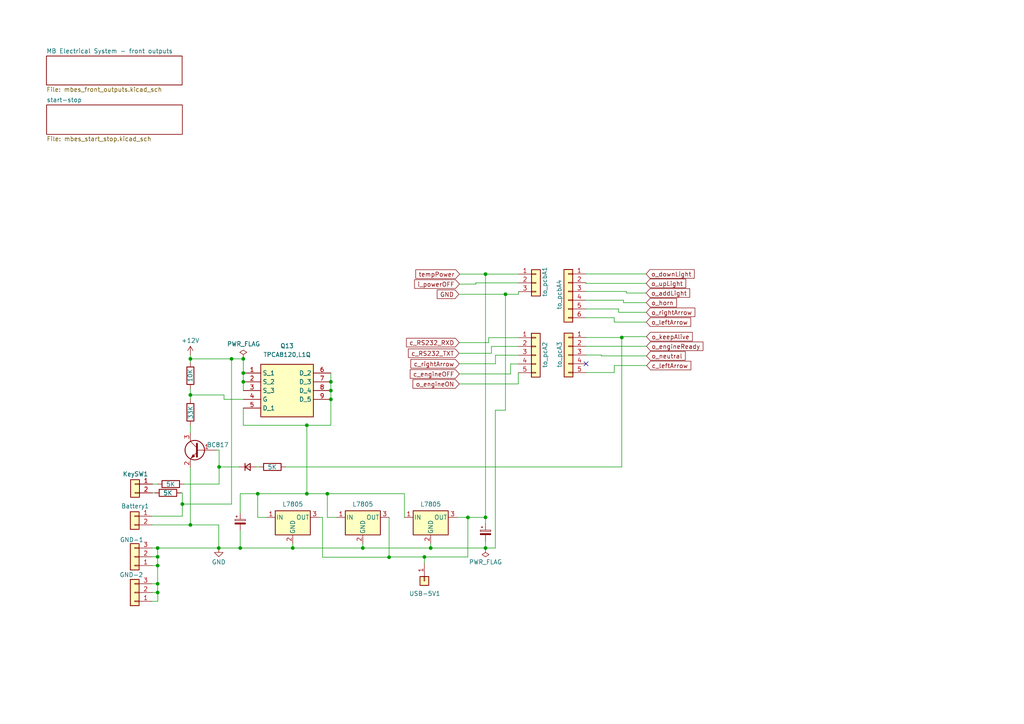
<source format=kicad_sch>
(kicad_sch (version 20231120) (generator "eeschema") (generator_version "8.0")
  (paper "A4")
  (title_block (title "Motorbike lights and services controller") (date "2022-08-24") (rev "4.0") (company "Panicosoft"))
  (lib_symbols
    (symbol "Connector_Generic:Conn_01x01" (pin_names (offset 1.016) hide)
      (property "Reference" "J" (at 0 2.54 0))
      (property "Value" "Conn_01x01" (at 0 -2.54 0))
      (symbol "Conn_01x01_1_1"
        (rectangle (start -1.27 0.127) (end 0 -0.127) (stroke (width 0.1524)))
        (rectangle (start -1.27 1.27) (end 1.27 -1.27) (stroke (width 0.254)) (fill (type background)))
        (pin passive line (at -5.08 0 0) (length 3.81) (name "Pin_1") (number "1"))
      )
    )
    (symbol "Connector_Generic:Conn_01x02" (pin_names (offset 1.016) hide)
      (property "Reference" "J" (at 0 2.54 0))
      (property "Value" "Conn_01x02" (at 0 -5.08 0))
      (symbol "Conn_01x02_1_1"
        (rectangle (start -1.27 -2.413) (end 0 -2.667) (stroke (width 0.1524)))
        (rectangle (start -1.27 0.127) (end 0 -0.127) (stroke (width 0.1524)))
        (rectangle (start -1.27 1.27) (end 1.27 -3.81) (stroke (width 0.254)) (fill (type background)))
        (pin passive line (at -5.08 0 0) (length 3.81) (name "Pin_1") (number "1"))
        (pin passive line (at -5.08 -2.54 0) (length 3.81) (name "Pin_2") (number "2"))
      )
    )
    (symbol "Connector_Generic:Conn_01x03" (pin_names (offset 1.016) hide)
      (property "Reference" "J" (at 0 5.08 0))
      (property "Value" "Conn_01x03" (at 0 -5.08 0))
      (symbol "Conn_01x03_1_1"
        (rectangle (start -1.27 -2.413) (end 0 -2.667) (stroke (width 0.1524)))
        (rectangle (start -1.27 0.127) (end 0 -0.127) (stroke (width 0.1524)))
        (rectangle (start -1.27 2.667) (end 0 2.413) (stroke (width 0.1524)))
        (rectangle (start -1.27 3.81) (end 1.27 -3.81) (stroke (width 0.254)) (fill (type background)))
        (pin passive line (at -5.08 2.54 0) (length 3.81) (name "Pin_1") (number "1"))
        (pin passive line (at -5.08 0 0) (length 3.81) (name "Pin_2") (number "2"))
        (pin passive line (at -5.08 -2.54 0) (length 3.81) (name "Pin_3") (number "3"))
      )
    )
    (symbol "Connector_Generic:Conn_01x05" (pin_names (offset 1.016) hide)
      (property "Reference" "J" (at 0 7.62 0))
      (property "Value" "Conn_01x05" (at 0 -7.62 0))
      (symbol "Conn_01x05_1_1"
        (rectangle (start -1.27 -4.953) (end 0 -5.207) (stroke (width 0.1524)))
        (rectangle (start -1.27 -2.413) (end 0 -2.667) (stroke (width 0.1524)))
        (rectangle (start -1.27 0.127) (end 0 -0.127) (stroke (width 0.1524)))
        (rectangle (start -1.27 2.667) (end 0 2.413) (stroke (width 0.1524)))
        (rectangle (start -1.27 5.207) (end 0 4.953) (stroke (width 0.1524)))
        (rectangle (start -1.27 6.35) (end 1.27 -6.35) (stroke (width 0.254)) (fill (type background)))
        (pin passive line (at -5.08 5.08 0) (length 3.81) (name "Pin_1") (number "1"))
        (pin passive line (at -5.08 2.54 0) (length 3.81) (name "Pin_2") (number "2"))
        (pin passive line (at -5.08 0 0) (length 3.81) (name "Pin_3") (number "3"))
        (pin passive line (at -5.08 -2.54 0) (length 3.81) (name "Pin_4") (number "4"))
        (pin passive line (at -5.08 -5.08 0) (length 3.81) (name "Pin_5") (number "5"))
      )
    )
    (symbol "Connector_Generic:Conn_01x06" (pin_names (offset 1.016) hide)
      (property "Reference" "J" (at 0 7.62 0))
      (property "Value" "Conn_01x06" (at 0 -10.16 0))
      (symbol "Conn_01x06_1_1"
        (rectangle (start -1.27 -7.493) (end 0 -7.747) (stroke (width 0.1524)))
        (rectangle (start -1.27 -4.953) (end 0 -5.207) (stroke (width 0.1524)))
        (rectangle (start -1.27 -2.413) (end 0 -2.667) (stroke (width 0.1524)))
        (rectangle (start -1.27 0.127) (end 0 -0.127) (stroke (width 0.1524)))
        (rectangle (start -1.27 2.667) (end 0 2.413) (stroke (width 0.1524)))
        (rectangle (start -1.27 5.207) (end 0 4.953) (stroke (width 0.1524)))
        (rectangle (start -1.27 6.35) (end 1.27 -8.89) (stroke (width 0.254)) (fill (type background)))
        (pin passive line (at -5.08 5.08 0) (length 3.81) (name "Pin_1") (number "1"))
        (pin passive line (at -5.08 2.54 0) (length 3.81) (name "Pin_2") (number "2"))
        (pin passive line (at -5.08 0 0) (length 3.81) (name "Pin_3") (number "3"))
        (pin passive line (at -5.08 -2.54 0) (length 3.81) (name "Pin_4") (number "4"))
        (pin passive line (at -5.08 -5.08 0) (length 3.81) (name "Pin_5") (number "5"))
        (pin passive line (at -5.08 -7.62 0) (length 3.81) (name "Pin_6") (number "6"))
      )
    )
    (symbol "Device:C_Polarized_Small" (pin_numbers hide) (pin_names (offset 0.254) hide)
      (property "Reference" "C" (at 0.254 1.778 0))
      (property "Value" "C_Polarized_Small" (at 0.254 -2.032 0))
      (symbol "C_Polarized_Small_0_1"
        (rectangle (start -1.524 -0.3048) (end 1.524 -0.6858) (fill (type outline)))
        (rectangle (start -1.524 0.6858) (end 1.524 0.3048))
        (polyline (pts (xy -1.27 1.524) (xy -0.762 1.524)))
        (polyline (pts (xy -1.016 1.27) (xy -1.016 1.778)))
      )
      (symbol "C_Polarized_Small_1_1"
        (pin passive line (at 0 2.54 270) (length 1.8542) (name "~") (number "1"))
        (pin passive line (at 0 -2.54 90) (length 1.8542) (name "~") (number "2"))
      )
    )
    (symbol "Device:D_Small" (pin_numbers hide) (pin_names (offset 0.254) hide)
      (property "Reference" "D" (at -1.27 2.032 0))
      (property "Value" "D_Small" (at -3.81 -2.032 0))
      (symbol "D_Small_0_1"
        (polyline (pts (xy -0.762 -1.016) (xy -0.762 1.016)) (stroke (width 0.254)))
        (polyline (pts (xy -0.762 0) (xy 0.762 0)))
        (polyline (pts (xy 0.762 -1.016) (xy -0.762 0) (xy 0.762 1.016) (xy 0.762 -1.016)) (stroke (width 0.254)))
      )
      (symbol "D_Small_1_1"
        (pin passive line (at -2.54 0 0) (length 1.778) (name "K") (number "1"))
        (pin passive line (at 2.54 0 180) (length 1.778) (name "A") (number "2"))
      )
    )
    (symbol "Device:R" (pin_numbers hide) (pin_names (offset 0))
      (property "Reference" "R" (at 2.032 0 90))
      (property "Value" "R" (at 0 0 90))
      (symbol "R_0_1"
        (rectangle (start -1.016 -2.54) (end 1.016 2.54) (stroke (width 0.254)))
      )
      (symbol "R_1_1"
        (pin passive line (at 0 3.81 270) (length 1.27) (name "~") (number "1"))
        (pin passive line (at 0 -3.81 90) (length 1.27) (name "~") (number "2"))
      )
    )
    (symbol "Regulator_Linear:L7805" (pin_names (offset 0.254))
      (property "Reference" "U" (at -3.81 3.175 0))
      (property "Value" "L7805" (at 0 3.175 0))
      (symbol "L7805_0_1"
        (rectangle (start -5.08 1.905) (end 5.08 -5.08) (stroke (width 0.254)) (fill (type background)))
      )
      (symbol "L7805_1_1"
        (pin power_in line (at -7.62 0 0) (length 2.54) (name "IN") (number "1"))
        (pin power_in line (at 0 -7.62 90) (length 2.54) (name "GND") (number "2"))
        (pin power_out line (at 7.62 0 180) (length 2.54) (name "OUT") (number "3"))
      )
    )
    (symbol "TPCA8120-L1Q:TPCA8120,L1Q"
      (property "Reference" "Q" (at 21.59 7.62 0))
      (property "Value" "TPCA8120,L1Q" (at 21.59 5.08 0))
      (symbol "TPCA8120,L1Q_1_1"
        (rectangle (start 5.08 2.54) (end 20.32 -12.7) (stroke (width 0.254)) (fill (type background)))
        (pin passive line (at 0 0 0) (length 5.08) (name "S_1") (number "1"))
        (pin passive line (at 0 -2.54 0) (length 5.08) (name "S_2") (number "2"))
        (pin passive line (at 0 -5.08 0) (length 5.08) (name "S_3") (number "3"))
        (pin passive line (at 0 -7.62 0) (length 5.08) (name "G") (number "4"))
        (pin passive line (at 0 -10.16 0) (length 5.08) (name "D_1") (number "5"))
        (pin passive line (at 25.4 0 180) (length 5.08) (name "D_2") (number "6"))
        (pin passive line (at 25.4 -2.54 180) (length 5.08) (name "D_3") (number "7"))
        (pin passive line (at 25.4 -5.08 180) (length 5.08) (name "D_4") (number "8"))
        (pin passive line (at 25.4 -7.62 180) (length 5.08) (name "D_5") (number "9"))
      )
    )
    (symbol "Transistor_BJT:BC817" (pin_names (offset 0) hide)
      (property "Reference" "Q" (at 5.08 1.905 0))
      (property "Value" "BC817" (at 5.08 0 0))
      (symbol "BC817_0_1"
        (polyline (pts (xy 0.635 0.635) (xy 2.54 2.54)))
        (polyline (pts (xy 0.635 -0.635) (xy 2.54 -2.54) (xy 2.54 -2.54)))
        (polyline (pts (xy 0.635 1.905) (xy 0.635 -1.905) (xy 0.635 -1.905)) (stroke (width 0.508)))
        (polyline (pts (xy 1.27 -1.778) (xy 1.778 -1.27) (xy 2.286 -2.286) (xy 1.27 -1.778) (xy 1.27 -1.778)) (fill (type outline)))
        (circle (center 1.27 0) (radius 2.8194) (stroke (width 0.254)))
      )
      (symbol "BC817_1_1"
        (pin input line (at -5.08 0 0) (length 5.715) (name "B") (number "1"))
        (pin passive line (at 2.54 -5.08 90) (length 2.54) (name "E") (number "2"))
        (pin passive line (at 2.54 5.08 270) (length 2.54) (name "C") (number "3"))
      )
    )
    (symbol "power:+12V" (power) (pin_names (offset 0))
      (property "Value" "+12V" (at 0 3.556 0))
      (symbol "+12V_0_1"
        (polyline (pts (xy -0.762 1.27) (xy 0 2.54)))
        (polyline (pts (xy 0 0) (xy 0 2.54)))
        (polyline (pts (xy 0 2.54) (xy 0.762 1.27)))
      )
      (symbol "+12V_1_1"
        (pin power_in line (at 0 0 90) (length 0) hide (name "+12V") (number "1"))
      )
    )
    (symbol "power:GND" (power) (pin_names (offset 0))
      (property "Value" "GND" (at 0 -3.81 0))
      (symbol "GND_0_1"
        (polyline (pts (xy 0 0) (xy 0 -1.27) (xy 1.27 -1.27) (xy 0 -2.54) (xy -1.27 -1.27) (xy 0 -1.27)))
      )
      (symbol "GND_1_1"
        (pin power_in line (at 0 0 270) (length 0) hide (name "GND") (number "1"))
      )
    )
    (symbol "power:PWR_FLAG" (power) (pin_numbers hide) (pin_names (offset 0) hide)
      (property "Value" "PWR_FLAG" (at 0 3.81 0))
      (symbol "PWR_FLAG_0_0"
        (pin power_out line (at 0 0 90) (length 0) (name "pwr") (number "1"))
      )
      (symbol "PWR_FLAG_0_1"
        (polyline (pts (xy 0 0) (xy 0 1.27) (xy -1.016 1.905) (xy 0 2.54) (xy 1.016 1.905) (xy 0 1.27)))
      )
    )
  )
  (bus_alias "port-b" (members "PB0" "PB1" "PB2" "PB3" "PB4" "PB5" "PB6" "PB7"))
  (junction (at 140.8176 158.9532))
  (junction (at 124.9172 158.9532))
  (junction (at 140.8176 79.502))
  (junction (at 89.0016 123.3424))
  (junction (at 74.7522 143.2052))
  (junction (at 45.72 171.8564))
  (junction (at 146.6088 85.344))
  (junction (at 70.5612 110.744))
  (junction (at 45.72 164.0332))
  (junction (at 123.0884 161.544))
  (junction (at 89.0016 143.2052))
  (junction (at 45.72 158.9532))
  (junction (at 70.5612 108.204))
  (junction (at 180.34 97.8916))
  (junction (at 112.8522 161.6202))
  (junction (at 67.1576 104.0892))
  (junction (at 95.9612 110.744))
  (junction (at 55.2196 104.0892))
  (junction (at 95.9612 113.284))
  (junction (at 63.5508 135.4328))
  (junction (at 70.5612 104.0892))
  (junction (at 69.6722 158.9532))
  (junction (at 95.9612 115.824))
  (junction (at 84.9122 158.9532))
  (junction (at 135.7122 150.0632))
  (junction (at 45.72 161.4932))
  (junction (at 52.8828 146.2024))
  (junction (at 140.8176 150.0632))
  (junction (at 63.4492 158.9532))
  (junction (at 105.2322 158.9532))
  (junction (at 55.2196 114.554))
  (junction (at 55.2196 152.2476))
  (junction (at 45.72 169.3164))
  (junction (at 94.9452 143.2052))
  (no_connect (at 169.9768 105.5116))
  (wire (pts (xy 70.5612 118.364) (xy 70.5612 123.3424)))
  (wire (pts (xy 140.8176 79.502) (xy 140.8176 150.0632)))
  (wire (pts (xy 112.8268 161.544) (xy 112.8522 161.6202)))
  (wire (pts (xy 95.9612 113.284) (xy 95.9612 115.824)))
  (wire (pts (xy 64.9732 115.824) (xy 64.9732 114.554)))
  (wire (pts (xy 52.8828 149.7076) (xy 52.8828 146.2024)))
  (wire (pts (xy 94.9452 150.0632) (xy 94.9452 143.2052)))
  (wire (pts (xy 74.7522 150.0632) (xy 77.2922 150.0632)))
  (wire (pts (xy 169.9768 97.8916) (xy 180.34 97.8916)))
  (wire (pts (xy 150.3172 111.3536) (xy 150.3172 108.1024)))
  (wire (pts (xy 178.1556 93.4212) (xy 187.452 93.4212)))
  (wire (pts (xy 45.72 158.9532) (xy 63.4492 158.9532)))
  (wire (pts (xy 55.2196 114.554) (xy 55.2196 115.7732)))
  (wire (pts (xy 133.1976 99.3648) (xy 141.732 99.3648)))
  (wire (pts (xy 146.6088 118.9736) (xy 143.6624 118.9736)))
  (wire (pts (xy 174.4472 102.9716) (xy 169.9768 102.9716)))
  (wire (pts (xy 187.5536 106.0196) (xy 178.1556 106.0196)))
  (wire (pts (xy 55.2196 152.2476) (xy 63.4492 152.2476)))
  (wire (pts (xy 94.9452 143.2052) (xy 117.2972 143.2052)))
  (wire (pts (xy 63.5508 135.4328) (xy 63.5508 140.4112)))
  (wire (pts (xy 44.2468 140.4112) (xy 45.72 140.4112)))
  (wire (pts (xy 146.6088 85.344) (xy 150.368 85.344)))
  (wire (pts (xy 187.452 87.7824) (xy 180.848 87.7824)))
  (wire (pts (xy 112.8268 161.544) (xy 123.0884 161.544)))
  (wire (pts (xy 141.732 97.9424) (xy 150.3172 97.9424)))
  (wire (pts (xy 89.0016 143.2052) (xy 94.9452 143.2052)))
  (wire (pts (xy 105.2322 158.9532) (xy 124.9172 158.9532)))
  (wire (pts (xy 93.5482 150.0632) (xy 92.5322 150.0632)))
  (wire (pts (xy 45.72 164.0332) (xy 45.72 169.3164)))
  (wire (pts (xy 178.1556 106.0196) (xy 178.1556 108.0516)))
  (wire (pts (xy 44.1452 174.3964) (xy 45.7708 174.3964)))
  (wire (pts (xy 138.0236 82.042) (xy 150.368 82.042)))
  (wire (pts (xy 69.6722 158.9532) (xy 84.9122 158.9532)))
  (wire (pts (xy 70.5612 123.3424) (xy 89.0016 123.3424)))
  (wire (pts (xy 187.5028 103.2256) (xy 174.4472 103.2256)))
  (wire (pts (xy 45.72 169.3164) (xy 45.72 171.8564)))
  (wire (pts (xy 132.5372 150.0632) (xy 135.7122 150.0632)))
  (wire (pts (xy 93.5482 161.6202) (xy 93.5482 150.0632)))
  (wire (pts (xy 140.8176 79.502) (xy 150.368 79.502)))
  (wire (pts (xy 55.2196 112.776) (xy 55.2196 114.554)))
  (wire (pts (xy 143.7132 105.5116) (xy 143.7132 103.0224)))
  (wire (pts (xy 133.096 85.344) (xy 146.6088 85.344)))
  (wire (pts (xy 117.2972 143.2052) (xy 117.2972 150.0632)))
  (wire (pts (xy 70.5612 104.0892) (xy 67.1576 104.0892)))
  (wire (pts (xy 44.1452 171.8564) (xy 45.72 171.8564)))
  (wire (pts (xy 142.5448 102.4636) (xy 142.5448 100.4824)))
  (wire (pts (xy 55.2196 104.0892) (xy 55.2196 105.156)))
  (wire (pts (xy 69.6722 143.2052) (xy 74.7522 143.2052)))
  (wire (pts (xy 169.926 84.5312) (xy 181.7116 84.5312)))
  (wire (pts (xy 74.7522 143.2052) (xy 89.0016 143.2052)))
  (wire (pts (xy 178.1556 92.1512) (xy 169.926 92.1512)))
  (wire (pts (xy 64.9732 115.824) (xy 70.5612 115.824)))
  (wire (pts (xy 133.2484 82.3976) (xy 138.0236 82.3976)))
  (wire (pts (xy 67.1576 104.0892) (xy 55.2196 104.0892)))
  (wire (pts (xy 123.0884 161.544) (xy 123.0884 163.4236)))
  (wire (pts (xy 180.848 87.0712) (xy 169.926 87.0712)))
  (wire (pts (xy 180.34 97.6376) (xy 187.5028 97.6376)))
  (wire (pts (xy 169.926 79.4512) (xy 187.4012 79.4512)))
  (wire (pts (xy 141.732 99.3648) (xy 141.732 97.9424)))
  (wire (pts (xy 44.1452 152.2476) (xy 55.2196 152.2476)))
  (wire (pts (xy 89.0016 123.3424) (xy 89.0016 143.2052)))
  (wire (pts (xy 143.6624 118.9736) (xy 143.6624 158.9532)))
  (wire (pts (xy 95.9612 110.744) (xy 95.9612 113.284)))
  (wire (pts (xy 169.926 82.1944) (xy 187.4012 82.1944)))
  (wire (pts (xy 142.5448 100.4824) (xy 150.3172 100.4824)))
  (wire (pts (xy 89.0016 123.3424) (xy 95.9612 123.3424)))
  (wire (pts (xy 84.9122 157.6832) (xy 84.9122 158.9532)))
  (wire (pts (xy 140.8176 158.9532) (xy 143.6624 158.9532)))
  (wire (pts (xy 44.1452 149.7076) (xy 52.8828 149.7076)))
  (wire (pts (xy 64.9732 114.554) (xy 55.2196 114.554)))
  (wire (pts (xy 70.5612 104.0892) (xy 70.5612 108.204)))
  (wire (pts (xy 133.1976 105.5116) (xy 143.7132 105.5116)))
  (wire (pts (xy 55.2196 102.9716) (xy 55.2196 104.0892)))
  (wire (pts (xy 169.9768 100.4316) (xy 187.5536 100.4316)))
  (wire (pts (xy 135.7122 150.0632) (xy 135.6868 161.544)))
  (wire (pts (xy 179.4256 90.5764) (xy 187.452 90.5764)))
  (wire (pts (xy 45.7708 171.8564) (xy 45.72 171.8564)))
  (wire (pts (xy 180.34 135.4328) (xy 82.804 135.4328)))
  (wire (pts (xy 169.926 82.1944) (xy 169.926 81.9912)))
  (wire (pts (xy 169.926 89.6112) (xy 179.4256 89.6112)))
  (wire (pts (xy 178.1556 93.4212) (xy 178.1556 92.1512)))
  (wire (pts (xy 95.9612 108.204) (xy 95.9612 110.744)))
  (wire (pts (xy 178.1556 108.0516) (xy 169.9768 108.0516)))
  (wire (pts (xy 63.4492 152.2476) (xy 63.4492 158.9532)))
  (wire (pts (xy 55.2196 123.3932) (xy 55.2196 125.476)))
  (wire (pts (xy 181.7116 84.9884) (xy 187.4012 84.9884)))
  (wire (pts (xy 75.184 135.4328) (xy 74.3712 135.4328)))
  (wire (pts (xy 174.4472 103.2256) (xy 174.4472 102.9716)))
  (wire (pts (xy 146.6088 85.344) (xy 146.6088 118.9736)))
  (wire (pts (xy 180.848 87.7824) (xy 180.848 87.0712)))
  (wire (pts (xy 93.5482 161.6202) (xy 112.8522 161.6202)))
  (wire (pts (xy 140.8176 156.972) (xy 140.8176 158.9532)))
  (wire (pts (xy 52.8828 142.9512) (xy 52.5272 142.9512)))
  (wire (pts (xy 44.1452 161.4932) (xy 45.72 161.4932)))
  (wire (pts (xy 63.5508 130.556) (xy 63.5508 135.4328)))
  (wire (pts (xy 133.1468 102.4636) (xy 142.5448 102.4636)))
  (wire (pts (xy 69.2912 135.4328) (xy 63.5508 135.4328)))
  (wire (pts (xy 124.9172 158.9532) (xy 140.8176 158.9532)))
  (wire (pts (xy 95.9612 115.824) (xy 95.9612 123.3424)))
  (wire (pts (xy 44.9072 142.9512) (xy 44.2468 142.9512)))
  (wire (pts (xy 45.72 161.4932) (xy 45.72 158.9532)))
  (wire (pts (xy 55.2196 135.636) (xy 55.2196 152.2476)))
  (wire (pts (xy 45.72 164.0332) (xy 45.72 161.4932)))
  (wire (pts (xy 133.1976 111.3536) (xy 150.3172 111.3536)))
  (wire (pts (xy 52.8828 146.2024) (xy 52.8828 142.9512)))
  (wire (pts (xy 148.082 108.458) (xy 148.082 105.5624)))
  (wire (pts (xy 150.368 84.582) (xy 150.368 85.344)))
  (wire (pts (xy 148.082 105.5624) (xy 150.3172 105.5624)))
  (wire (pts (xy 52.8828 146.2024) (xy 67.1576 146.2024)))
  (wire (pts (xy 123.0884 161.544) (xy 135.6868 161.544)))
  (wire (pts (xy 84.9122 158.9532) (xy 105.2322 158.9532)))
  (wire (pts (xy 124.9172 157.6832) (xy 124.9172 158.9532)))
  (wire (pts (xy 133.2992 79.502) (xy 140.8176 79.502)))
  (wire (pts (xy 179.4256 89.6112) (xy 179.4256 90.5764)))
  (wire (pts (xy 181.7116 84.5312) (xy 181.7116 84.9884)))
  (wire (pts (xy 97.6122 150.0632) (xy 94.9452 150.0632)))
  (wire (pts (xy 180.34 97.8916) (xy 180.34 97.6376)))
  (wire (pts (xy 70.5612 108.204) (xy 70.5612 110.744)))
  (wire (pts (xy 63.5508 130.556) (xy 62.8396 130.556)))
  (wire (pts (xy 133.1976 108.458) (xy 148.082 108.458)))
  (wire (pts (xy 180.34 97.8916) (xy 180.34 135.4328)))
  (wire (pts (xy 74.7522 150.0632) (xy 74.7522 143.2052)))
  (wire (pts (xy 140.8176 150.0632) (xy 140.8176 151.892)))
  (wire (pts (xy 44.1452 169.3164) (xy 45.72 169.3164)))
  (wire (pts (xy 63.4492 158.9532) (xy 69.6722 158.9532)))
  (wire (pts (xy 53.34 140.4112) (xy 63.5508 140.4112)))
  (wire (pts (xy 69.6722 153.8732) (xy 69.6722 158.9532)))
  (wire (pts (xy 44.1452 158.9532) (xy 45.72 158.9532)))
  (wire (pts (xy 105.2322 157.6832) (xy 105.2322 158.9532)))
  (wire (pts (xy 70.5612 110.744) (xy 70.5612 113.284)))
  (wire (pts (xy 69.6722 143.2052) (xy 69.6722 148.7932)))
  (wire (pts (xy 112.8522 150.0632) (xy 112.8522 161.6202)))
  (wire (pts (xy 143.7132 103.0224) (xy 150.3172 103.0224)))
  (wire (pts (xy 138.0236 82.3976) (xy 138.0236 82.042)))
  (wire (pts (xy 44.1452 164.0332) (xy 45.72 164.0332)))
  (wire (pts (xy 45.7708 174.3964) (xy 45.7708 171.8564)))
  (wire (pts (xy 135.7122 150.0632) (xy 140.8176 150.0632)))
  (wire (pts (xy 67.1576 146.2024) (xy 67.1576 104.0892)))
  (global_label "GND" (shape input) (at 133.096 85.344 180) (property "Intersheetrefs" "${INTERSHEET_REFS}" (effects (hide yes))) (property "Riferimenti inter-foglio" "${INTERSHEET_REFS}" (effects (hide yes))))
  (global_label "c_RS232_RXD" (shape input) (at 133.1976 99.3648 180) (property "Intersheetrefs" "${INTERSHEET_REFS}" (effects (hide yes))) (property "Riferimenti inter-foglio" "${INTERSHEET_REFS}" (effects (hide yes))))
  (global_label "c_rightArrow" (shape input) (at 133.1976 105.5116 180) (property "Intersheetrefs" "${INTERSHEET_REFS}" (effects (hide yes))) (property "Riferimenti inter-foglio" "${INTERSHEET_REFS}" (effects (hide yes))))
  (global_label "tempPower" (shape input) (at 133.2992 79.502 180) (property "Intersheetrefs" "${INTERSHEET_REFS}" (effects (hide yes))) (property "Riferimenti inter-foglio" "${INTERSHEET_REFS}" (effects (hide yes))))
  (global_label "o_upLight" (shape input) (at 187.4012 82.1944 0) (property "Intersheetrefs" "${INTERSHEET_REFS}" (effects (hide yes))) (property "Riferimenti inter-foglio" "${INTERSHEET_REFS}" (effects (hide yes))))
  (global_label "o_horn" (shape input) (at 187.452 87.7824 0) (property "Intersheetrefs" "${INTERSHEET_REFS}" (effects (hide yes))) (property "Riferimenti inter-foglio" "${INTERSHEET_REFS}" (effects (hide yes))))
  (global_label "o_rightArrow" (shape input) (at 187.452 90.5764 0) (property "Intersheetrefs" "${INTERSHEET_REFS}" (effects (hide yes))) (property "Riferimenti inter-foglio" "${INTERSHEET_REFS}" (effects (hide yes))))
  (global_label "i_powerOFF" (shape input) (at 133.2484 82.3976 180) (property "Intersheetrefs" "${INTERSHEET_REFS}" (effects (hide yes))) (property "Riferimenti inter-foglio" "${INTERSHEET_REFS}" (effects (hide yes))))
  (global_label "o_keepAlive" (shape input) (at 187.5028 97.6376 0) (property "Intersheetrefs" "${INTERSHEET_REFS}" (effects (hide yes))) (property "Riferimenti inter-foglio" "${INTERSHEET_REFS}" (effects (hide yes))))
  (global_label "o_addLight" (shape input) (at 187.4012 84.9884 0) (property "Intersheetrefs" "${INTERSHEET_REFS}" (effects (hide yes))) (property "Riferimenti inter-foglio" "${INTERSHEET_REFS}" (effects (hide yes))))
  (global_label "c_leftArrow" (shape input) (at 187.5536 106.0196 0) (property "Intersheetrefs" "${INTERSHEET_REFS}" (effects (hide yes))) (property "Riferimenti inter-foglio" "${INTERSHEET_REFS}" (effects (hide yes))))
  (global_label "o_engineReady" (shape input) (at 187.5028 100.4316 0) (property "Intersheetrefs" "${INTERSHEET_REFS}" (effects (hide yes))) (property "Riferimenti inter-foglio" "${INTERSHEET_REFS}" (effects (hide yes))))
  (global_label "c_engineOFF" (shape input) (at 133.1976 108.458 180) (property "Intersheetrefs" "${INTERSHEET_REFS}" (effects (hide yes))) (property "Riferimenti inter-foglio" "${INTERSHEET_REFS}" (effects (hide yes))))
  (global_label "o_neutral" (shape input) (at 187.5028 103.2256 0) (property "Intersheetrefs" "${INTERSHEET_REFS}" (effects (hide yes))) (property "Riferimenti inter-foglio" "${INTERSHEET_REFS}" (effects (hide yes))))
  (global_label "c_RS232_TXT" (shape input) (at 133.1468 102.4636 180) (property "Intersheetrefs" "${INTERSHEET_REFS}" (effects (hide yes))) (property "Riferimenti inter-foglio" "${INTERSHEET_REFS}" (effects (hide yes))))
  (global_label "o_downLight" (shape input) (at 187.4012 79.4512 0) (property "Intersheetrefs" "${INTERSHEET_REFS}" (effects (hide yes))) (property "Riferimenti inter-foglio" "${INTERSHEET_REFS}" (effects (hide yes))))
  (global_label "o_engineON" (shape input) (at 133.1976 111.3536 180) (property "Intersheetrefs" "${INTERSHEET_REFS}" (effects (hide yes))) (property "Riferimenti inter-foglio" "${INTERSHEET_REFS}" (effects (hide yes))))
  (global_label "o_leftArrow" (shape input) (at 187.452 93.4212 0) (property "Intersheetrefs" "${INTERSHEET_REFS}" (effects (hide yes))) (property "Riferimenti inter-foglio" "${INTERSHEET_REFS}" (effects (hide yes))))
  (symbol (lib_id "Device:C_Polarized_Small") (at 140.8176 154.432 0) (unit 1)
    (property "Reference" "C1" (effects (hide yes)))
    (property "Value" "C_Polarized_Small" (effects (hide yes)))
    (property "Footprint" "Capacitor_THT:CP_Radial_D8.0mm_P2.50mm" (effects (hide yes)))
  )
  (symbol (lib_id "Connector_Generic:Conn_01x03") (at 155.448 82.042 0) (unit 1)
    (property "Reference" "to_pcbA1" (at 157.988 86.106 90) (effects (justify left)))
    (property "Value" "Conn_01x03" (effects (hide yes)))
    (property "Footprint" "Connector_PinSocket_2.54mm:PinSocket_1x03_P2.54mm_Vertical" (effects (hide yes)))
    (property "Description" "Generic connector, single row, 01x03, script generated (kicad-library-utils/schlib/autogen/connector/)" (effects (hide yes)))
  )
  (symbol (lib_id "Device:R") (at 48.7172 142.9512 90) (unit 1)
    (property "Reference" "R1" (effects (hide yes)))
    (property "Value" "5K" (at 48.6664 143.002 90))
    (property "Footprint" "Resistor_SMD:R_1206_3216Metric" (effects (hide yes)))
  )
  (symbol (lib_id "Device:C_Polarized_Small") (at 69.6722 151.3332 0) (unit 1)
    (property "Reference" "C9" (effects (hide yes)))
    (property "Value" "C_Polarized_Small" (effects (hide yes)))
    (property "Footprint" "Capacitor_THT:CP_Radial_D8.0mm_P2.50mm" (effects (hide yes)))
  )
  (symbol (lib_id "power:PWR_FLAG") (at 140.8176 158.9532 180) (unit 1)
    (property "Reference" "#FLG0101" (effects (hide yes)))
    (property "Value" "PWR_FLAG" (at 140.8176 163.0172 0))
  )
  (symbol (lib_id "TPCA8120-L1Q:TPCA8120,L1Q") (at 70.5612 108.204 0) (unit 1)
    (property "Reference" "Q13" (at 83.2612 100.33 0))
    (property "Value" "TPCA8120,L1Q" (at 83.2612 102.87 0))
    (property "Footprint" "TPCA8120:TPH4R003NLL1Q" (effects (hide yes)))
    (property "Datasheet" "https://www.mouser.com/datasheet/2/408/TPCA8120_datasheet_en_20140214-3223135.pdf" (effects (hide yes)))
    (property "Height" "1" (effects (hide yes)))
    (property "Manufacturer_Name" "Toshiba" (effects (hide yes)))
    (property "Manufacturer_Part_Number" "TPCA8120,L1Q" (effects (hide yes)))
    (property "Mouser Part Number" "757-TPCA8120L1Q" (effects (hide yes)))
    (property "Mouser Price/Stock" "https://www.mouser.co.uk/ProductDetail/Toshiba/TPCA8120L1Q?qs=B6kkDfuK7%2FD2wO%2FgucdpPg%3D%3D" (effects (hide yes)))
  )
  (symbol (lib_id "Connector_Generic:Conn_01x03") (at 39.0652 161.4932 180) (unit 1)
    (property "Reference" "GND-1" (at 38.2016 156.5656 0))
    (property "Footprint" "Connector_Wire:SolderWire-1.5sqmm_1x03_P6mm_D1.7mm_OD3mm" (effects (hide yes)))
  )
  (symbol (lib_id "Connector_Generic:Conn_01x05") (at 155.3972 103.0224 0) (unit 1)
    (property "Reference" "to_pcA2" (at 158.0388 102.9208 90))
    (property "Value" "Conn_01x05" (effects (hide yes)))
    (property "Footprint" "Connector_PinSocket_2.54mm:PinSocket_1x05_P2.54mm_Vertical" (effects (hide yes)))
  )
  (symbol (lib_id "Regulator_Linear:L7805") (at 84.9122 150.0632 0) (unit 1)
    (property "Reference" "U1" (effects (hide yes)))
    (property "Value" "L7805" (at 84.9122 146.2532 0))
    (property "Footprint" "Package_TO_SOT_THT:TO-220-3_Vertical" (effects (hide yes)))
    (property "Datasheet" "http://www.st.com/content/ccc/resource/technical/document/datasheet/41/4f/b3/b0/12/d4/47/88/CD00000444.pdf/files/CD00000444.pdf/jcr:content/translations/en.CD00000444.pdf" (effects (hide yes)))
  )
  (symbol (lib_id "Regulator_Linear:L7805") (at 124.9172 150.0632 0) (unit 1)
    (property "Reference" "U3" (effects (hide yes)))
    (property "Value" "L7805" (at 124.9172 146.2532 0))
    (property "Footprint" "Package_TO_SOT_THT:TO-220-3_Vertical" (effects (hide yes)))
    (property "Datasheet" "http://www.st.com/content/ccc/resource/technical/document/datasheet/41/4f/b3/b0/12/d4/47/88/CD00000444.pdf/files/CD00000444.pdf/jcr:content/translations/en.CD00000444.pdf" (effects (hide yes)))
  )
  (symbol (lib_id "power:+12V") (at 55.2196 102.9716 0) (unit 1)
    (property "Reference" "#PWR0101" (effects (hide yes)))
    (property "Value" "+12V" (at 55.2196 98.7806 0))
  )
  (symbol (lib_id "Transistor_BJT:BC817") (at 57.7596 130.556 0) (mirror y) (unit 1)
    (property "Reference" "Q9" (effects (hide yes)))
    (property "Value" "BC817" (at 66.3448 129.032 0) (effects (justify left)))
    (property "Footprint" "Package_TO_SOT_SMD:SOT-23" (effects (hide yes)))
    (property "Datasheet" "https://www.onsemi.com/pub/Collateral/BC818-D.pdf" (effects (hide yes)))
  )
  (symbol (lib_id "Connector_Generic:Conn_01x01") (at 123.0884 168.5036 270) (unit 1)
    (property "Reference" "USB-5V1" (at 127.762 172.1612 90) (effects (justify right)))
    (property "Value" "Conn_01x01" (effects (hide yes)))
    (property "Footprint" "Connector_Wire:SolderWire-1.5sqmm_1x01_D1.7mm_OD3.9mm" (effects (hide yes)))
  )
  (symbol (lib_id "Connector_Generic:Conn_01x02") (at 39.1668 140.4112 0) (mirror y) (unit 1)
    (property "Reference" "KeySW1" (at 39.2938 137.4902 0))
    (property "Value" "Conn_01x02" (effects (hide yes)))
    (property "Footprint" "Connector_PinHeader_2.54mm:PinHeader_1x02_P2.54mm_Vertical" (effects (hide yes)))
  )
  (symbol (lib_id "Device:D_Small") (at 71.8312 135.4328 0) (unit 1)
    (property "Reference" "D1" (effects (hide yes)))
    (property "Value" "D_Small" (effects (hide yes)))
    (property "Footprint" "Diode_SMD:D_1210_3225Metric_Pad1.42x2.65mm_HandSolder" (effects (hide yes)))
    (property "Sim.Device" "D" (effects (hide yes)))
    (property "Sim.Pins" "1=K 2=A" (effects (hide yes)))
  )
  (symbol (lib_id "Device:R") (at 55.2196 119.5832 180) (unit 1)
    (property "Reference" "R3" (effects (hide yes)))
    (property "Value" "33K" (at 55.2704 119.634 90))
    (property "Footprint" "Resistor_SMD:R_1206_3216Metric" (effects (hide yes)))
  )
  (symbol (lib_id "Device:R") (at 49.53 140.4112 90) (unit 1)
    (property "Reference" "R4" (effects (hide yes)))
    (property "Value" "5K" (at 49.4792 140.462 90))
    (property "Footprint" "Resistor_SMD:R_1206_3216Metric" (effects (hide yes)))
  )
  (symbol (lib_id "Connector_Generic:Conn_01x03") (at 39.0652 171.8564 180) (unit 1)
    (property "Reference" "GND-2" (at 38.1 166.7256 0))
    (property "Footprint" "Connector_Wire:SolderWire-1.5sqmm_1x03_P6mm_D1.7mm_OD3mm" (effects (hide yes)))
  )
  (symbol (lib_id "Connector_Generic:Conn_01x02") (at 39.0652 149.7076 0) (mirror y) (unit 1)
    (property "Reference" "Battery1" (at 39.1922 146.7866 0))
    (property "Value" "Conn_01x02" (effects (hide yes)))
    (property "Footprint" "Connector_Wire:SolderWire-0.75sqmm_1x02_P7mm_D1.25mm_OD3.5mm" (effects (hide yes)))
  )
  (symbol (lib_id "Device:R") (at 55.2196 108.966 0) (unit 1)
    (property "Reference" "R2" (effects (hide yes)))
    (property "Value" "10K" (at 55.1688 108.9152 90))
    (property "Footprint" "Resistor_SMD:R_1206_3216Metric" (effects (hide yes)))
  )
  (symbol (lib_id "power:GND") (at 63.4492 158.9532 0) (unit 1)
    (property "Reference" "#PWR0103" (effects (hide yes)))
    (property "Value" "GND" (at 63.4492 163.0172 0))
  )
  (symbol (lib_id "Regulator_Linear:L7805") (at 105.2322 150.0632 0) (unit 1)
    (property "Reference" "U2" (effects (hide yes)))
    (property "Value" "L7805" (at 105.2322 146.2532 0))
    (property "Footprint" "Package_TO_SOT_THT:TO-220-3_Vertical" (effects (hide yes)))
    (property "Datasheet" "http://www.st.com/content/ccc/resource/technical/document/datasheet/41/4f/b3/b0/12/d4/47/88/CD00000444.pdf/files/CD00000444.pdf/jcr:content/translations/en.CD00000444.pdf" (effects (hide yes)))
  )
  (symbol (lib_id "Connector_Generic:Conn_01x06") (at 164.846 84.5312 0) (mirror y) (unit 1)
    (property "Reference" "to_pcbA4" (at 162.2044 85.4456 90))
    (property "Value" "Conn_01x06" (effects (hide yes)))
    (property "Footprint" "Connector_PinSocket_2.54mm:PinSocket_1x06_P2.54mm_Vertical" (effects (hide yes)))
  )
  (symbol (lib_id "Device:R") (at 78.994 135.4328 90) (unit 1)
    (property "Reference" "R5" (effects (hide yes)))
    (property "Value" "5K" (at 78.9432 135.4836 90))
    (property "Footprint" "Resistor_SMD:R_1206_3216Metric" (effects (hide yes)))
  )
  (symbol (lib_id "power:PWR_FLAG") (at 70.5612 104.0892 0) (unit 1)
    (property "Reference" "#FLG0102" (effects (hide yes)))
    (property "Value" "PWR_FLAG" (at 70.6374 99.7712 0))
  )
  (symbol (lib_id "Connector_Generic:Conn_01x05") (at 164.8968 102.9716 0) (mirror y) (unit 1)
    (property "Reference" "to_pcA3" (at 162.2552 102.87 90))
    (property "Value" "Conn_01x05" (effects (hide yes)))
    (property "Footprint" "Connector_PinSocket_2.54mm:PinSocket_1x05_P2.54mm_Vertical" (effects (hide yes)))
  )
  (sheet (at 13.462 16.256) (size 39.37 8.382) (stroke (width 0.1524))
    (property "Sheetname" "MB Electrical System - front outputs" (at 13.462 15.5444 0) (effects (justify left bottom)))
    (property "Sheetfile" "mbes_front_outputs.kicad_sch" (at 13.462 25.2226 0) (effects (justify left top)))
  )
  (sheet (at 13.5128 30.4292) (size 39.37 8.5344) (stroke (width 0.1524))
    (property "Sheetname" "start-stop" (at 13.5128 29.7176 0) (effects (justify left bottom)))
    (property "Sheetfile" "mbes_start_stop.kicad_sch" (at 13.5128 39.5482 0) (effects (justify left top)))
  )
)
</source>
